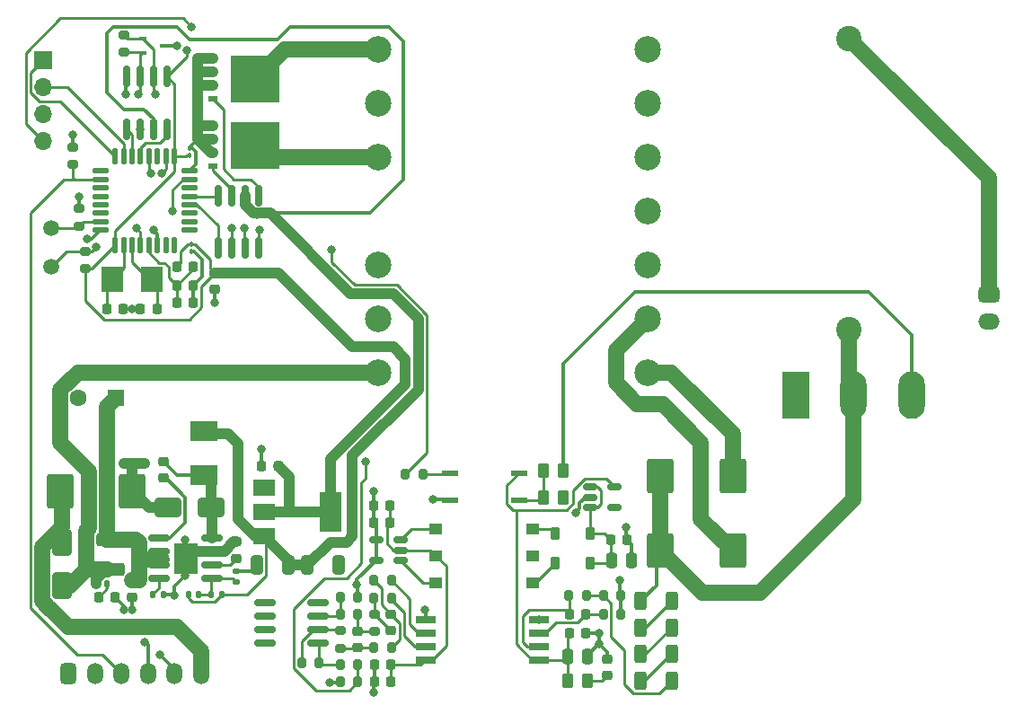
<source format=gbr>
%TF.GenerationSoftware,KiCad,Pcbnew,8.0.5*%
%TF.CreationDate,2024-10-09T02:25:36+03:00*%
%TF.ProjectId,DC-CDI,44432d43-4449-42e6-9b69-6361645f7063,rev?*%
%TF.SameCoordinates,Original*%
%TF.FileFunction,Copper,L1,Top*%
%TF.FilePolarity,Positive*%
%FSLAX46Y46*%
G04 Gerber Fmt 4.6, Leading zero omitted, Abs format (unit mm)*
G04 Created by KiCad (PCBNEW 8.0.5) date 2024-10-09 02:25:36*
%MOMM*%
%LPD*%
G01*
G04 APERTURE LIST*
G04 Aperture macros list*
%AMRoundRect*
0 Rectangle with rounded corners*
0 $1 Rounding radius*
0 $2 $3 $4 $5 $6 $7 $8 $9 X,Y pos of 4 corners*
0 Add a 4 corners polygon primitive as box body*
4,1,4,$2,$3,$4,$5,$6,$7,$8,$9,$2,$3,0*
0 Add four circle primitives for the rounded corners*
1,1,$1+$1,$2,$3*
1,1,$1+$1,$4,$5*
1,1,$1+$1,$6,$7*
1,1,$1+$1,$8,$9*
0 Add four rect primitives between the rounded corners*
20,1,$1+$1,$2,$3,$4,$5,0*
20,1,$1+$1,$4,$5,$6,$7,0*
20,1,$1+$1,$6,$7,$8,$9,0*
20,1,$1+$1,$8,$9,$2,$3,0*%
G04 Aperture macros list end*
%TA.AperFunction,ComponentPad*%
%ADD10R,1.700000X1.700000*%
%TD*%
%TA.AperFunction,ComponentPad*%
%ADD11O,1.700000X1.700000*%
%TD*%
%TA.AperFunction,SMDPad,CuDef*%
%ADD12RoundRect,0.225000X0.225000X0.250000X-0.225000X0.250000X-0.225000X-0.250000X0.225000X-0.250000X0*%
%TD*%
%TA.AperFunction,SMDPad,CuDef*%
%ADD13RoundRect,0.135000X0.185000X-0.135000X0.185000X0.135000X-0.185000X0.135000X-0.185000X-0.135000X0*%
%TD*%
%TA.AperFunction,SMDPad,CuDef*%
%ADD14RoundRect,0.150000X0.150000X-0.825000X0.150000X0.825000X-0.150000X0.825000X-0.150000X-0.825000X0*%
%TD*%
%TA.AperFunction,SMDPad,CuDef*%
%ADD15RoundRect,0.225000X-0.225000X-0.250000X0.225000X-0.250000X0.225000X0.250000X-0.225000X0.250000X0*%
%TD*%
%TA.AperFunction,SMDPad,CuDef*%
%ADD16RoundRect,0.250000X-0.250000X-0.475000X0.250000X-0.475000X0.250000X0.475000X-0.250000X0.475000X0*%
%TD*%
%TA.AperFunction,SMDPad,CuDef*%
%ADD17RoundRect,0.200000X-0.200000X-0.275000X0.200000X-0.275000X0.200000X0.275000X-0.200000X0.275000X0*%
%TD*%
%TA.AperFunction,ComponentPad*%
%ADD18R,1.600000X1.600000*%
%TD*%
%TA.AperFunction,ComponentPad*%
%ADD19C,1.600000*%
%TD*%
%TA.AperFunction,ComponentPad*%
%ADD20C,2.500000*%
%TD*%
%TA.AperFunction,SMDPad,CuDef*%
%ADD21RoundRect,0.200000X0.200000X0.275000X-0.200000X0.275000X-0.200000X-0.275000X0.200000X-0.275000X0*%
%TD*%
%TA.AperFunction,SMDPad,CuDef*%
%ADD22RoundRect,0.225000X-0.250000X0.225000X-0.250000X-0.225000X0.250000X-0.225000X0.250000X0.225000X0*%
%TD*%
%TA.AperFunction,SMDPad,CuDef*%
%ADD23RoundRect,0.250000X1.075000X-0.375000X1.075000X0.375000X-1.075000X0.375000X-1.075000X-0.375000X0*%
%TD*%
%TA.AperFunction,SMDPad,CuDef*%
%ADD24RoundRect,0.150000X0.512500X0.150000X-0.512500X0.150000X-0.512500X-0.150000X0.512500X-0.150000X0*%
%TD*%
%TA.AperFunction,SMDPad,CuDef*%
%ADD25C,1.500000*%
%TD*%
%TA.AperFunction,SMDPad,CuDef*%
%ADD26RoundRect,0.250000X0.262500X0.450000X-0.262500X0.450000X-0.262500X-0.450000X0.262500X-0.450000X0*%
%TD*%
%TA.AperFunction,SMDPad,CuDef*%
%ADD27RoundRect,0.250000X0.325000X0.650000X-0.325000X0.650000X-0.325000X-0.650000X0.325000X-0.650000X0*%
%TD*%
%TA.AperFunction,ComponentPad*%
%ADD28RoundRect,0.375000X-0.375000X-0.625000X0.375000X-0.625000X0.375000X0.625000X-0.375000X0.625000X0*%
%TD*%
%TA.AperFunction,ComponentPad*%
%ADD29O,1.500000X2.000000*%
%TD*%
%TA.AperFunction,SMDPad,CuDef*%
%ADD30RoundRect,0.150000X-0.512500X-0.150000X0.512500X-0.150000X0.512500X0.150000X-0.512500X0.150000X0*%
%TD*%
%TA.AperFunction,ComponentPad*%
%ADD31RoundRect,0.375000X-0.625000X0.375000X-0.625000X-0.375000X0.625000X-0.375000X0.625000X0.375000X0*%
%TD*%
%TA.AperFunction,ComponentPad*%
%ADD32O,2.000000X1.500000*%
%TD*%
%TA.AperFunction,SMDPad,CuDef*%
%ADD33RoundRect,0.140000X-0.140000X-0.170000X0.140000X-0.170000X0.140000X0.170000X-0.140000X0.170000X0*%
%TD*%
%TA.AperFunction,SMDPad,CuDef*%
%ADD34RoundRect,0.100000X0.100000X-0.130000X0.100000X0.130000X-0.100000X0.130000X-0.100000X-0.130000X0*%
%TD*%
%TA.AperFunction,SMDPad,CuDef*%
%ADD35RoundRect,0.200000X0.275000X-0.200000X0.275000X0.200000X-0.275000X0.200000X-0.275000X-0.200000X0*%
%TD*%
%TA.AperFunction,SMDPad,CuDef*%
%ADD36RoundRect,0.250000X-0.312500X-0.625000X0.312500X-0.625000X0.312500X0.625000X-0.312500X0.625000X0*%
%TD*%
%TA.AperFunction,SMDPad,CuDef*%
%ADD37R,2.000000X1.500000*%
%TD*%
%TA.AperFunction,SMDPad,CuDef*%
%ADD38R,2.000000X3.800000*%
%TD*%
%TA.AperFunction,SMDPad,CuDef*%
%ADD39RoundRect,0.250000X1.000000X0.650000X-1.000000X0.650000X-1.000000X-0.650000X1.000000X-0.650000X0*%
%TD*%
%TA.AperFunction,SMDPad,CuDef*%
%ADD40RoundRect,0.135000X-0.135000X-0.185000X0.135000X-0.185000X0.135000X0.185000X-0.135000X0.185000X0*%
%TD*%
%TA.AperFunction,SMDPad,CuDef*%
%ADD41RoundRect,0.125000X0.125000X-0.625000X0.125000X0.625000X-0.125000X0.625000X-0.125000X-0.625000X0*%
%TD*%
%TA.AperFunction,SMDPad,CuDef*%
%ADD42RoundRect,0.125000X0.625000X-0.125000X0.625000X0.125000X-0.625000X0.125000X-0.625000X-0.125000X0*%
%TD*%
%TA.AperFunction,SMDPad,CuDef*%
%ADD43RoundRect,0.250000X-0.325000X-0.650000X0.325000X-0.650000X0.325000X0.650000X-0.325000X0.650000X0*%
%TD*%
%TA.AperFunction,SMDPad,CuDef*%
%ADD44R,2.000000X2.400000*%
%TD*%
%TA.AperFunction,SMDPad,CuDef*%
%ADD45RoundRect,0.250000X1.000000X-1.400000X1.000000X1.400000X-1.000000X1.400000X-1.000000X-1.400000X0*%
%TD*%
%TA.AperFunction,SMDPad,CuDef*%
%ADD46RoundRect,0.150000X0.825000X0.150000X-0.825000X0.150000X-0.825000X-0.150000X0.825000X-0.150000X0*%
%TD*%
%TA.AperFunction,SMDPad,CuDef*%
%ADD47RoundRect,0.137500X-0.662500X-0.137500X0.662500X-0.137500X0.662500X0.137500X-0.662500X0.137500X0*%
%TD*%
%TA.AperFunction,SMDPad,CuDef*%
%ADD48R,0.850000X0.500000*%
%TD*%
%TA.AperFunction,SMDPad,CuDef*%
%ADD49R,4.550000X4.410000*%
%TD*%
%TA.AperFunction,SMDPad,CuDef*%
%ADD50RoundRect,0.225000X0.250000X-0.225000X0.250000X0.225000X-0.250000X0.225000X-0.250000X-0.225000X0*%
%TD*%
%TA.AperFunction,ComponentPad*%
%ADD51C,2.400000*%
%TD*%
%TA.AperFunction,SMDPad,CuDef*%
%ADD52RoundRect,0.225000X0.225000X0.375000X-0.225000X0.375000X-0.225000X-0.375000X0.225000X-0.375000X0*%
%TD*%
%TA.AperFunction,SMDPad,CuDef*%
%ADD53RoundRect,0.150000X-0.825000X-0.150000X0.825000X-0.150000X0.825000X0.150000X-0.825000X0.150000X0*%
%TD*%
%TA.AperFunction,SMDPad,CuDef*%
%ADD54R,2.290000X3.000000*%
%TD*%
%TA.AperFunction,SMDPad,CuDef*%
%ADD55RoundRect,0.250000X0.650000X-1.000000X0.650000X1.000000X-0.650000X1.000000X-0.650000X-1.000000X0*%
%TD*%
%TA.AperFunction,SMDPad,CuDef*%
%ADD56RoundRect,0.218750X-0.256250X0.218750X-0.256250X-0.218750X0.256250X-0.218750X0.256250X0.218750X0*%
%TD*%
%TA.AperFunction,SMDPad,CuDef*%
%ADD57RoundRect,0.218750X0.218750X0.256250X-0.218750X0.256250X-0.218750X-0.256250X0.218750X-0.256250X0*%
%TD*%
%TA.AperFunction,SMDPad,CuDef*%
%ADD58R,1.905000X0.640000*%
%TD*%
%TA.AperFunction,SMDPad,CuDef*%
%ADD59R,1.300000X1.100000*%
%TD*%
%TA.AperFunction,SMDPad,CuDef*%
%ADD60RoundRect,0.200000X-0.275000X0.200000X-0.275000X-0.200000X0.275000X-0.200000X0.275000X0.200000X0*%
%TD*%
%TA.AperFunction,SMDPad,CuDef*%
%ADD61RoundRect,0.100000X-0.100000X0.130000X-0.100000X-0.130000X0.100000X-0.130000X0.100000X0.130000X0*%
%TD*%
%TA.AperFunction,SMDPad,CuDef*%
%ADD62R,2.500000X1.900000*%
%TD*%
%TA.AperFunction,SMDPad,CuDef*%
%ADD63R,0.700000X0.450000*%
%TD*%
%TA.AperFunction,ComponentPad*%
%ADD64R,2.500000X4.500000*%
%TD*%
%TA.AperFunction,ComponentPad*%
%ADD65O,2.500000X4.500000*%
%TD*%
%TA.AperFunction,ViaPad*%
%ADD66C,0.800000*%
%TD*%
%TA.AperFunction,Conductor*%
%ADD67C,0.250000*%
%TD*%
%TA.AperFunction,Conductor*%
%ADD68C,0.350000*%
%TD*%
%TA.AperFunction,Conductor*%
%ADD69C,1.000000*%
%TD*%
%TA.AperFunction,Conductor*%
%ADD70C,1.500000*%
%TD*%
%TA.AperFunction,Conductor*%
%ADD71C,0.300000*%
%TD*%
G04 APERTURE END LIST*
D10*
%TO.P,J3,1,Pin_1*%
%TO.N,/SWCLK*%
X135600000Y-68980000D03*
D11*
%TO.P,J3,2,Pin_2*%
%TO.N,/SWDIO*%
X135600000Y-71520000D03*
%TO.P,J3,3,Pin_3*%
%TO.N,GND*%
X135600000Y-74060000D03*
%TO.P,J3,4,Pin_4*%
%TO.N,+3.3V*%
X135600000Y-76600000D03*
%TD*%
D12*
%TO.P,C6,1*%
%TO.N,+3V3*%
X168397500Y-125965000D03*
%TO.P,C6,2*%
%TO.N,GND*%
X166847500Y-125965000D03*
%TD*%
D13*
%TO.P,R24,1*%
%TO.N,Net-(U6-FB)*%
X153822500Y-118185000D03*
%TO.P,R24,2*%
%TO.N,GND*%
X153822500Y-117165000D03*
%TD*%
D14*
%TO.P,U9,1,ENA*%
%TO.N,/ENA*%
X152095000Y-86675000D03*
%TO.P,U9,2,INA*%
%TO.N,Net-(U1-PA8)*%
X153365000Y-86675000D03*
%TO.P,U9,3,GND*%
%TO.N,GND*%
X154635000Y-86675000D03*
%TO.P,U9,4,INB*%
%TO.N,Net-(U1-PA10)*%
X155905000Y-86675000D03*
%TO.P,U9,5,~{OUTB}*%
%TO.N,Net-(Q2-G)*%
X155905000Y-81725000D03*
%TO.P,U9,6,VDD*%
%TO.N,+5V*%
X154635000Y-81725000D03*
%TO.P,U9,7,OUTA*%
%TO.N,Net-(Q3-G)*%
X153365000Y-81725000D03*
%TO.P,U9,8,ENB*%
%TO.N,/ENB*%
X152095000Y-81725000D03*
%TD*%
D15*
%TO.P,C28,1*%
%TO.N,Net-(U1-VDDA)*%
X148212500Y-91800000D03*
%TO.P,C28,2*%
%TO.N,GND*%
X149762500Y-91800000D03*
%TD*%
D16*
%TO.P,C1,1*%
%TO.N,/ISO+5V*%
X185050000Y-125200000D03*
%TO.P,C1,2*%
%TO.N,GNDA*%
X186950000Y-125200000D03*
%TD*%
D17*
%TO.P,R10,1*%
%TO.N,Net-(C10-Pad2)*%
X166797500Y-119640000D03*
%TO.P,R10,2*%
%TO.N,Net-(U3-VOUTP)*%
X168447500Y-119640000D03*
%TD*%
D18*
%TO.P,C13,1*%
%TO.N,Net-(U6-EN)*%
X142452651Y-100800000D03*
D19*
%TO.P,C13,2*%
%TO.N,GND*%
X138952651Y-100800000D03*
%TD*%
D12*
%TO.P,C29,1*%
%TO.N,GND*%
X149775000Y-90200000D03*
%TO.P,C29,2*%
%TO.N,Net-(U1-VDDA)*%
X148225000Y-90200000D03*
%TD*%
D20*
%TO.P,T1,1*%
%TO.N,Net-(Q2-D)*%
X167200000Y-67920000D03*
%TO.P,T1,2*%
%TO.N,N/C*%
X167200000Y-73000000D03*
%TO.P,T1,3*%
%TO.N,Net-(Q3-D)*%
X167200000Y-78080000D03*
%TO.P,T1,5*%
%TO.N,N/C*%
X167200000Y-88240000D03*
%TO.P,T1,6*%
X167200000Y-93320000D03*
%TO.P,T1,7*%
%TO.N,+12V*%
X167200000Y-98400000D03*
%TO.P,T1,8*%
%TO.N,Net-(D9-A)*%
X192600000Y-98400000D03*
%TO.P,T1,9*%
%TO.N,Net-(D8-A)*%
X192600000Y-93320000D03*
%TO.P,T1,10*%
%TO.N,GNDA*%
X192600000Y-88240000D03*
%TO.P,T1,11*%
X192600000Y-83160000D03*
%TO.P,T1,12*%
%TO.N,N/C*%
X192600000Y-78080000D03*
%TO.P,T1,13*%
X192600000Y-73000000D03*
%TO.P,T1,14*%
X192600000Y-67920000D03*
%TD*%
D21*
%TO.P,R18,1*%
%TO.N,/HV*%
X165247500Y-127565000D03*
%TO.P,R18,2*%
%TO.N,GND*%
X163597500Y-127565000D03*
%TD*%
D22*
%TO.P,C14,1*%
%TO.N,Net-(U6-EN)*%
X144000000Y-118025000D03*
%TO.P,C14,2*%
%TO.N,GND*%
X144000000Y-119575000D03*
%TD*%
D23*
%TO.P,L1,1,1*%
%TO.N,+12V*%
X142000000Y-116940000D03*
%TO.P,L1,2,2*%
%TO.N,Net-(U6-EN)*%
X142000000Y-114140000D03*
%TD*%
D24*
%TO.P,U4,1,D1*%
%TO.N,Net-(U4-D1)*%
X169285000Y-116115000D03*
%TO.P,U4,2,VCC*%
%TO.N,+3V3*%
X169285000Y-115165000D03*
%TO.P,U4,3,D2*%
%TO.N,Net-(U4-D2)*%
X169285000Y-114215000D03*
%TO.P,U4,4,GND*%
%TO.N,GND*%
X167010000Y-114215000D03*
%TO.P,U4,5,GND*%
X167010000Y-116115000D03*
%TD*%
D17*
%TO.P,R9,1*%
%TO.N,Net-(C10-Pad1)*%
X166797500Y-117990000D03*
%TO.P,R9,2*%
%TO.N,Net-(U3-VOUTN)*%
X168447500Y-117990000D03*
%TD*%
D25*
%TO.P,P1,1,Pin_1*%
%TO.N,/Boot0*%
X136400000Y-84800000D03*
%TD*%
D15*
%TO.P,C2,1*%
%TO.N,Net-(D2-K)*%
X189122500Y-114165000D03*
%TO.P,C2,2*%
%TO.N,GNDA*%
X190672500Y-114165000D03*
%TD*%
D26*
%TO.P,R28,1*%
%TO.N,Net-(Q1-G)*%
X184612500Y-107700000D03*
%TO.P,R28,2*%
%TO.N,Net-(R26-Pad2)*%
X182787500Y-107700000D03*
%TD*%
D25*
%TO.P,P2,1,Pin_1*%
%TO.N,Net-(P2-Pin_1)*%
X136400000Y-88400000D03*
%TD*%
D27*
%TO.P,C26,1*%
%TO.N,+5V*%
X158697500Y-116565000D03*
%TO.P,C26,2*%
%TO.N,GND*%
X155747500Y-116565000D03*
%TD*%
D21*
%TO.P,R14,1*%
%TO.N,Net-(C11-Pad2)*%
X165247500Y-121190000D03*
%TO.P,R14,2*%
%TO.N,Net-(U5A-+)*%
X163597500Y-121190000D03*
%TD*%
D28*
%TO.P,J2,1,Pin_1*%
%TO.N,GND*%
X138000000Y-126800000D03*
D29*
%TO.P,J2,2,Pin_2*%
%TO.N,unconnected-(J2-Pin_2-Pad2)*%
X140500000Y-126800000D03*
%TO.P,J2,3,Pin_3*%
%TO.N,/IGN_IN*%
X143000000Y-126800000D03*
%TO.P,J2,4,Pin_4*%
%TO.N,/CANL*%
X145500000Y-126800000D03*
%TO.P,J2,5,Pin_5*%
%TO.N,/CANH*%
X148000000Y-126800000D03*
%TO.P,J2,6,Pin_6*%
%TO.N,/12V_RAW*%
X150500000Y-126800000D03*
%TD*%
D22*
%TO.P,C10,1*%
%TO.N,Net-(C10-Pad1)*%
X168422500Y-121215000D03*
%TO.P,C10,2*%
%TO.N,Net-(C10-Pad2)*%
X168422500Y-122765000D03*
%TD*%
D30*
%TO.P,U2,1,VIN*%
%TO.N,Net-(D2-K)*%
X187210000Y-109215000D03*
%TO.P,U2,2,GND*%
%TO.N,GNDA*%
X187210000Y-110165000D03*
%TO.P,U2,3,EN*%
%TO.N,Net-(D2-K)*%
X187210000Y-111115000D03*
%TO.P,U2,4,NC*%
%TO.N,unconnected-(U2-NC-Pad4)*%
X189485000Y-111115000D03*
%TO.P,U2,5,VOUT*%
%TO.N,/ISO+5V*%
X189485000Y-109215000D03*
%TD*%
D31*
%TO.P,J1,1,Pin_1*%
%TO.N,Net-(J1-Pin_1)*%
X224800000Y-91100000D03*
D32*
%TO.P,J1,2,Pin_2*%
%TO.N,GNDA*%
X224800000Y-93600000D03*
%TD*%
D33*
%TO.P,C24,1*%
%TO.N,+5V*%
X149342500Y-119365000D03*
%TO.P,C24,2*%
%TO.N,Net-(U6-FB)*%
X150302500Y-119365000D03*
%TD*%
D15*
%TO.P,C4,1*%
%TO.N,/ISO+5V*%
X185225000Y-122950000D03*
%TO.P,C4,2*%
%TO.N,GNDA*%
X186775000Y-122950000D03*
%TD*%
D34*
%TO.P,C18,1*%
%TO.N,GND*%
X149600000Y-87000000D03*
%TO.P,C18,2*%
%TO.N,+3.3V*%
X149600000Y-86360000D03*
%TD*%
D35*
%TO.P,R19,1*%
%TO.N,/Boot0*%
X139000000Y-84625000D03*
%TO.P,R19,2*%
%TO.N,GND*%
X139000000Y-82975000D03*
%TD*%
D26*
%TO.P,R1,1*%
%TO.N,Net-(D1-A)*%
X186912500Y-127450000D03*
%TO.P,R1,2*%
%TO.N,/ISO+5V*%
X185087500Y-127450000D03*
%TD*%
D36*
%TO.P,R5,1*%
%TO.N,Net-(R4-Pad2)*%
X191947500Y-127465000D03*
%TO.P,R5,2*%
%TO.N,Net-(R5-Pad2)*%
X194872500Y-127465000D03*
%TD*%
D37*
%TO.P,U8,1,GND*%
%TO.N,GND*%
X156447500Y-109265000D03*
%TO.P,U8,2,VO*%
%TO.N,+3.3V*%
X156447500Y-111565000D03*
D38*
X162747500Y-111565000D03*
D37*
%TO.P,U8,3,VI*%
%TO.N,+5V*%
X156447500Y-113865000D03*
%TD*%
D36*
%TO.P,R4,1*%
%TO.N,Net-(R3-Pad2)*%
X191947500Y-124965000D03*
%TO.P,R4,2*%
%TO.N,Net-(R4-Pad2)*%
X194872500Y-124965000D03*
%TD*%
D39*
%TO.P,D7,1,K*%
%TO.N,Net-(D7-K)*%
X151422500Y-111165000D03*
%TO.P,D7,2,A*%
%TO.N,GND*%
X147422500Y-111165000D03*
%TD*%
D35*
%TO.P,R29,1*%
%TO.N,/IGN_IN*%
X138400000Y-78825000D03*
%TO.P,R29,2*%
%TO.N,GND*%
X138400000Y-77175000D03*
%TD*%
D12*
%TO.P,C9,1*%
%TO.N,+3V3*%
X168322500Y-110965000D03*
%TO.P,C9,2*%
%TO.N,GND*%
X166772500Y-110965000D03*
%TD*%
D40*
%TO.P,R25,1*%
%TO.N,Net-(U6-FB)*%
X151422500Y-119365000D03*
%TO.P,R25,2*%
%TO.N,+5V*%
X152442500Y-119365000D03*
%TD*%
D41*
%TO.P,U1,1,VDD*%
%TO.N,+3.3V*%
X142400000Y-86375000D03*
%TO.P,U1,2,PF0*%
%TO.N,Net-(U1-PF0)*%
X143200000Y-86375000D03*
%TO.P,U1,3,PF1*%
%TO.N,Net-(U1-PF1)*%
X144000000Y-86375000D03*
%TO.P,U1,4,NRST*%
%TO.N,Net-(P2-Pin_1)*%
X144800000Y-86375000D03*
%TO.P,U1,5,VDDA*%
%TO.N,Net-(U1-VDDA)*%
X145600000Y-86375000D03*
%TO.P,U1,6,PA0*%
%TO.N,/HV*%
X146400000Y-86375000D03*
%TO.P,U1,7,PA1*%
%TO.N,unconnected-(U1-PA1-Pad7)*%
X147200000Y-86375000D03*
%TO.P,U1,8,PA2*%
%TO.N,unconnected-(U1-PA2-Pad8)*%
X148000000Y-86375000D03*
D42*
%TO.P,U1,9,PA3*%
%TO.N,unconnected-(U1-PA3-Pad9)*%
X149375000Y-85000000D03*
%TO.P,U1,10,PA4*%
%TO.N,unconnected-(U1-PA4-Pad10)*%
X149375000Y-84200000D03*
%TO.P,U1,11,PA5*%
%TO.N,unconnected-(U1-PA5-Pad11)*%
X149375000Y-83400000D03*
%TO.P,U1,12,PA6*%
%TO.N,/ENA*%
X149375000Y-82600000D03*
%TO.P,U1,13,PA7*%
%TO.N,/ENB*%
X149375000Y-81800000D03*
%TO.P,U1,14,PB0*%
%TO.N,unconnected-(U1-PB0-Pad14)*%
X149375000Y-81000000D03*
%TO.P,U1,15,PB1*%
%TO.N,/IN_OUT*%
X149375000Y-80200000D03*
%TO.P,U1,16,VSS*%
%TO.N,GND*%
X149375000Y-79400000D03*
D41*
%TO.P,U1,17,VDD*%
%TO.N,+3.3V*%
X148000000Y-78025000D03*
%TO.P,U1,18,PA8*%
%TO.N,Net-(U1-PA8)*%
X147200000Y-78025000D03*
%TO.P,U1,19,PA9*%
%TO.N,unconnected-(U1-PA9-Pad19)*%
X146400000Y-78025000D03*
%TO.P,U1,20,PA10*%
%TO.N,Net-(U1-PA10)*%
X145600000Y-78025000D03*
%TO.P,U1,21,PA11*%
%TO.N,/RXDCAN*%
X144800000Y-78025000D03*
%TO.P,U1,22,PA12*%
%TO.N,/TXDCAN*%
X144000000Y-78025000D03*
%TO.P,U1,23,PA13*%
%TO.N,/SWDIO*%
X143200000Y-78025000D03*
%TO.P,U1,24,PA14*%
%TO.N,/SWCLK*%
X142400000Y-78025000D03*
D42*
%TO.P,U1,25,PA15*%
%TO.N,unconnected-(U1-PA15-Pad25)*%
X141025000Y-79400000D03*
%TO.P,U1,26,PB3*%
%TO.N,/IGN_IN*%
X141025000Y-80200000D03*
%TO.P,U1,27,PB4*%
%TO.N,unconnected-(U1-PB4-Pad27)*%
X141025000Y-81000000D03*
%TO.P,U1,28,PB5*%
%TO.N,unconnected-(U1-PB5-Pad28)*%
X141025000Y-81800000D03*
%TO.P,U1,29,PB6*%
%TO.N,unconnected-(U1-PB6-Pad29)*%
X141025000Y-82600000D03*
%TO.P,U1,30,PB7*%
%TO.N,unconnected-(U1-PB7-Pad30)*%
X141025000Y-83400000D03*
%TO.P,U1,31,BOOT0*%
%TO.N,/Boot0*%
X141025000Y-84200000D03*
%TO.P,U1,32,VSS*%
%TO.N,GND*%
X141025000Y-85000000D03*
%TD*%
D43*
%TO.P,C25,1*%
%TO.N,+5V*%
X160547500Y-116565000D03*
%TO.P,C25,2*%
%TO.N,GND*%
X163497500Y-116565000D03*
%TD*%
D12*
%TO.P,C7,1*%
%TO.N,+3V3*%
X168322500Y-112565000D03*
%TO.P,C7,2*%
%TO.N,GND*%
X166772500Y-112565000D03*
%TD*%
D44*
%TO.P,Y1,1,1*%
%TO.N,Net-(U1-PF0)*%
X142150000Y-89600000D03*
%TO.P,Y1,2,2*%
%TO.N,Net-(U1-PF1)*%
X145850000Y-89600000D03*
%TD*%
D16*
%TO.P,C3,1*%
%TO.N,Net-(D2-K)*%
X189197500Y-116165000D03*
%TO.P,C3,2*%
%TO.N,GNDA*%
X191097500Y-116165000D03*
%TD*%
D36*
%TO.P,R2,1*%
%TO.N,/HV_OUT*%
X191947500Y-119965000D03*
%TO.P,R2,2*%
%TO.N,Net-(R2-Pad2)*%
X194872500Y-119965000D03*
%TD*%
D45*
%TO.P,D8,1,K*%
%TO.N,/HV_OUT*%
X193800000Y-115200000D03*
%TO.P,D8,2,A*%
%TO.N,Net-(D8-A)*%
X200600000Y-115200000D03*
%TD*%
D40*
%TO.P,R22,1*%
%TO.N,+12V*%
X140622500Y-118365000D03*
%TO.P,R22,2*%
%TO.N,Net-(C12-Pad1)*%
X141642500Y-118365000D03*
%TD*%
D15*
%TO.P,C12,1*%
%TO.N,Net-(C12-Pad1)*%
X140825000Y-119600000D03*
%TO.P,C12,2*%
%TO.N,GND*%
X142375000Y-119600000D03*
%TD*%
D17*
%TO.P,R15,1*%
%TO.N,Net-(U5A-+)*%
X163597500Y-119590000D03*
%TO.P,R15,2*%
%TO.N,GND*%
X165247500Y-119590000D03*
%TD*%
D46*
%TO.P,U5,1*%
%TO.N,Net-(R16-Pad2)*%
X161497500Y-123895000D03*
%TO.P,U5,2,-*%
%TO.N,Net-(U5A--)*%
X161497500Y-122625000D03*
%TO.P,U5,3,+*%
%TO.N,Net-(U5A-+)*%
X161497500Y-121355000D03*
%TO.P,U5,4*%
%TO.N,N/C*%
X161497500Y-120085000D03*
%TO.P,U5,5*%
X156547500Y-120085000D03*
%TO.P,U5,6*%
X156547500Y-121355000D03*
%TO.P,U5,7*%
X156547500Y-122625000D03*
%TO.P,U5,8*%
X156547500Y-123895000D03*
%TD*%
D47*
%TO.P,U10,1*%
%TO.N,Net-(R27-Pad2)*%
X173950000Y-107930000D03*
%TO.P,U10,3*%
%TO.N,GND*%
X173950000Y-110470000D03*
%TO.P,U10,4*%
%TO.N,Net-(R26-Pad2)*%
X180450000Y-110470000D03*
%TO.P,U10,6*%
%TO.N,/ISO+5V*%
X180450000Y-107930000D03*
%TD*%
D48*
%TO.P,Q2,1,S*%
%TO.N,GND*%
X151625000Y-68815000D03*
%TO.P,Q2,2,S*%
X151625000Y-70085000D03*
%TO.P,Q2,3,S*%
X151625000Y-71355000D03*
%TO.P,Q2,4,G*%
%TO.N,Net-(Q2-G)*%
X151625000Y-72625000D03*
D49*
%TO.P,Q2,5,D*%
%TO.N,Net-(Q2-D)*%
X155575000Y-70720000D03*
%TD*%
D21*
%TO.P,R11,1*%
%TO.N,Net-(C10-Pad1)*%
X168447500Y-124365000D03*
%TO.P,R11,2*%
%TO.N,Net-(C11-Pad1)*%
X166797500Y-124365000D03*
%TD*%
D45*
%TO.P,D5,1,A1*%
%TO.N,/12V_RAW*%
X137200000Y-109600000D03*
%TO.P,D5,2,A2*%
%TO.N,GND*%
X144000000Y-109600000D03*
%TD*%
D35*
%TO.P,R21,1*%
%TO.N,/CANH*%
X143200000Y-68225000D03*
%TO.P,R21,2*%
%TO.N,/CANL*%
X143200000Y-66575000D03*
%TD*%
D50*
%TO.P,C22,1*%
%TO.N,Net-(U6-SS)*%
X153822500Y-115940000D03*
%TO.P,C22,2*%
%TO.N,GND*%
X153822500Y-114390000D03*
%TD*%
D45*
%TO.P,D9,1,K*%
%TO.N,/HV_OUT*%
X193800000Y-108200000D03*
%TO.P,D9,2,A*%
%TO.N,Net-(D9-A)*%
X200600000Y-108200000D03*
%TD*%
D17*
%TO.P,R17,1*%
%TO.N,Net-(R16-Pad2)*%
X163597500Y-125965000D03*
%TO.P,R17,2*%
%TO.N,/HV*%
X165247500Y-125965000D03*
%TD*%
D51*
%TO.P,C30,1*%
%TO.N,/HV_OUT*%
X211600000Y-94400000D03*
%TO.P,C30,2*%
%TO.N,Net-(J1-Pin_1)*%
X211600000Y-66900000D03*
%TD*%
D15*
%TO.P,C15,1*%
%TO.N,Net-(U1-PF0)*%
X141625000Y-92400000D03*
%TO.P,C15,2*%
%TO.N,GND*%
X143175000Y-92400000D03*
%TD*%
D52*
%TO.P,D3,1,K*%
%TO.N,Net-(D2-K)*%
X187197500Y-113565000D03*
%TO.P,D3,2,A*%
%TO.N,Net-(D3-A)*%
X183897500Y-113565000D03*
%TD*%
D35*
%TO.P,R13,1*%
%TO.N,Net-(C11-Pad1)*%
X163622500Y-124415000D03*
%TO.P,R13,2*%
%TO.N,Net-(U5A--)*%
X163622500Y-122765000D03*
%TD*%
D50*
%TO.P,C17,1*%
%TO.N,GND*%
X151800000Y-90575000D03*
%TO.P,C17,2*%
%TO.N,+3.3V*%
X151800000Y-89025000D03*
%TD*%
D53*
%TO.P,U6,1,BOOT*%
%TO.N,Net-(U6-BOOT)*%
X146577500Y-114010000D03*
%TO.P,U6,2,VIN*%
%TO.N,Net-(U6-EN)*%
X146577500Y-115280000D03*
%TO.P,U6,3,EN*%
X146577500Y-116550000D03*
%TO.P,U6,4,RT*%
%TO.N,Net-(U6-RT)*%
X146577500Y-117820000D03*
%TO.P,U6,5,FB*%
%TO.N,Net-(U6-FB)*%
X151527500Y-117820000D03*
%TO.P,U6,6,SS*%
%TO.N,Net-(U6-SS)*%
X151527500Y-116550000D03*
%TO.P,U6,7,GND*%
%TO.N,GND*%
X151527500Y-115280000D03*
%TO.P,U6,8,SW*%
%TO.N,Net-(D7-K)*%
X151527500Y-114010000D03*
D54*
%TO.P,U6,9,GND*%
%TO.N,GND*%
X149052500Y-115915000D03*
%TD*%
D14*
%TO.P,U7,1,TXD*%
%TO.N,/TXDCAN*%
X143495000Y-75475000D03*
%TO.P,U7,2,GND*%
%TO.N,GND*%
X144765000Y-75475000D03*
%TO.P,U7,3,VCC*%
%TO.N,+5V*%
X146035000Y-75475000D03*
%TO.P,U7,4,RXD*%
%TO.N,/RXDCAN*%
X147305000Y-75475000D03*
%TO.P,U7,5,VIO*%
%TO.N,+3.3V*%
X147305000Y-70525000D03*
%TO.P,U7,6,CANL*%
%TO.N,/CANL*%
X146035000Y-70525000D03*
%TO.P,U7,7,CANH*%
%TO.N,/CANH*%
X144765000Y-70525000D03*
%TO.P,U7,8,S*%
%TO.N,GND*%
X143495000Y-70525000D03*
%TD*%
D50*
%TO.P,C11,1*%
%TO.N,Net-(C11-Pad1)*%
X165222500Y-124365000D03*
%TO.P,C11,2*%
%TO.N,Net-(C11-Pad2)*%
X165222500Y-122815000D03*
%TD*%
D55*
%TO.P,D6,1,K*%
%TO.N,+12V*%
X137400000Y-118462500D03*
%TO.P,D6,2,A*%
%TO.N,/12V_RAW*%
X137400000Y-114462500D03*
%TD*%
D26*
%TO.P,R26,1*%
%TO.N,GNDA*%
X184612500Y-110200000D03*
%TO.P,R26,2*%
%TO.N,Net-(R26-Pad2)*%
X182787500Y-110200000D03*
%TD*%
D56*
%TO.P,D1,1,K*%
%TO.N,GNDA*%
X188750000Y-125412500D03*
%TO.P,D1,2,A*%
%TO.N,Net-(D1-A)*%
X188750000Y-126987500D03*
%TD*%
D48*
%TO.P,Q3,1,S*%
%TO.N,GND*%
X151625000Y-75120000D03*
%TO.P,Q3,2,S*%
X151625000Y-76390000D03*
%TO.P,Q3,3,S*%
X151625000Y-77660000D03*
%TO.P,Q3,4,G*%
%TO.N,Net-(Q3-G)*%
X151625000Y-78930000D03*
D49*
%TO.P,Q3,5,D*%
%TO.N,Net-(Q3-D)*%
X155575000Y-77025000D03*
%TD*%
D21*
%TO.P,R8,1*%
%TO.N,Net-(R5-Pad2)*%
X186825000Y-119450000D03*
%TO.P,R8,2*%
%TO.N,Net-(U3-VINP)*%
X185175000Y-119450000D03*
%TD*%
D57*
%TO.P,FB1,1*%
%TO.N,Net-(U1-VDDA)*%
X149787500Y-88400000D03*
%TO.P,FB1,2*%
%TO.N,+3.3V*%
X148212500Y-88400000D03*
%TD*%
D36*
%TO.P,R3,1*%
%TO.N,Net-(R2-Pad2)*%
X191947500Y-122465000D03*
%TO.P,R3,2*%
%TO.N,Net-(R3-Pad2)*%
X194872500Y-122465000D03*
%TD*%
D12*
%TO.P,C8,1*%
%TO.N,+3V3*%
X168397500Y-127565000D03*
%TO.P,C8,2*%
%TO.N,GND*%
X166847500Y-127565000D03*
%TD*%
D35*
%TO.P,R20,1*%
%TO.N,+3.3V*%
X139600000Y-88625000D03*
%TO.P,R20,2*%
%TO.N,Net-(P2-Pin_1)*%
X139600000Y-86975000D03*
%TD*%
D58*
%TO.P,U3,1,VDD1*%
%TO.N,/ISO+5V*%
X182347500Y-125505000D03*
%TO.P,U3,2,VINP*%
%TO.N,Net-(U3-VINP)*%
X182347500Y-124235000D03*
%TO.P,U3,3,VINN*%
%TO.N,Net-(U3-VINN)*%
X182347500Y-122965000D03*
%TO.P,U3,4,GND2*%
%TO.N,GNDA*%
X182347500Y-121695000D03*
%TO.P,U3,5,GND2*%
%TO.N,GND*%
X171652500Y-121695000D03*
%TO.P,U3,6,VOUTN*%
%TO.N,Net-(U3-VOUTN)*%
X171652500Y-122965000D03*
%TO.P,U3,7,VOUTP*%
%TO.N,Net-(U3-VOUTP)*%
X171652500Y-124235000D03*
%TO.P,U3,8,VDD2*%
%TO.N,+3V3*%
X171652500Y-125505000D03*
%TD*%
D50*
%TO.P,C23,1*%
%TO.N,Net-(U6-BOOT)*%
X147000000Y-108375000D03*
%TO.P,C23,2*%
%TO.N,Net-(D7-K)*%
X147000000Y-106825000D03*
%TD*%
D40*
%TO.P,R23,1*%
%TO.N,Net-(U6-RT)*%
X145912500Y-119365000D03*
%TO.P,R23,2*%
%TO.N,GND*%
X146932500Y-119365000D03*
%TD*%
D59*
%TO.P,TR1,1*%
%TO.N,Net-(D2-A)*%
X181770000Y-118240000D03*
%TO.P,TR1,2*%
%TO.N,GNDA*%
X181770000Y-115700000D03*
%TO.P,TR1,3*%
%TO.N,Net-(D3-A)*%
X181770000Y-113160000D03*
%TO.P,TR1,4*%
%TO.N,Net-(U4-D2)*%
X172630000Y-113160000D03*
%TO.P,TR1,5*%
%TO.N,+3V3*%
X172630000Y-115700000D03*
%TO.P,TR1,6*%
%TO.N,Net-(U4-D1)*%
X172630000Y-118240000D03*
%TD*%
D17*
%TO.P,R6,1*%
%TO.N,Net-(R5-Pad2)*%
X188425000Y-119450000D03*
%TO.P,R6,2*%
%TO.N,GNDA*%
X190075000Y-119450000D03*
%TD*%
D60*
%TO.P,R12,1*%
%TO.N,Net-(C10-Pad2)*%
X166822500Y-121165000D03*
%TO.P,R12,2*%
%TO.N,Net-(C11-Pad2)*%
X166822500Y-122815000D03*
%TD*%
D61*
%TO.P,C19,1*%
%TO.N,GND*%
X149400000Y-77280000D03*
%TO.P,C19,2*%
%TO.N,+3.3V*%
X149400000Y-77920000D03*
%TD*%
D62*
%TO.P,L2,1,1*%
%TO.N,Net-(D7-K)*%
X150800000Y-108050000D03*
%TO.P,L2,2,2*%
%TO.N,+5V*%
X150800000Y-103950000D03*
%TD*%
D17*
%TO.P,R7,1*%
%TO.N,Net-(U3-VINN)*%
X188425000Y-121200000D03*
%TO.P,R7,2*%
%TO.N,GNDA*%
X190075000Y-121200000D03*
%TD*%
D52*
%TO.P,D2,1,K*%
%TO.N,Net-(D2-K)*%
X187197500Y-116365000D03*
%TO.P,D2,2,A*%
%TO.N,Net-(D2-A)*%
X183897500Y-116365000D03*
%TD*%
D17*
%TO.P,R16,1*%
%TO.N,Net-(U5A--)*%
X159997500Y-125740000D03*
%TO.P,R16,2*%
%TO.N,Net-(R16-Pad2)*%
X161647500Y-125740000D03*
%TD*%
D12*
%TO.P,C16,1*%
%TO.N,Net-(U1-PF1)*%
X146330000Y-92415000D03*
%TO.P,C16,2*%
%TO.N,GND*%
X144780000Y-92415000D03*
%TD*%
D15*
%TO.P,C5,1*%
%TO.N,Net-(U3-VINP)*%
X185225000Y-121200000D03*
%TO.P,C5,2*%
%TO.N,Net-(U3-VINN)*%
X186775000Y-121200000D03*
%TD*%
D12*
%TO.P,C27,1*%
%TO.N,+3.3V*%
X157775000Y-107200000D03*
%TO.P,C27,2*%
%TO.N,GND*%
X156225000Y-107200000D03*
%TD*%
D17*
%TO.P,R27,1*%
%TO.N,/IN_OUT*%
X169775000Y-108000000D03*
%TO.P,R27,2*%
%TO.N,Net-(R27-Pad2)*%
X171425000Y-108000000D03*
%TD*%
D63*
%TO.P,D4,1,A1*%
%TO.N,/CANL*%
X145000000Y-66950000D03*
%TO.P,D4,2,A2*%
%TO.N,/CANH*%
X145000000Y-68250000D03*
%TO.P,D4,3,common*%
%TO.N,GND*%
X147000000Y-67600000D03*
%TD*%
D64*
%TO.P,Q1,1,K*%
%TO.N,GNDA*%
X206550000Y-100510000D03*
D65*
%TO.P,Q1,2,A*%
%TO.N,/HV_OUT*%
X212000000Y-100510000D03*
%TO.P,Q1,3,G*%
%TO.N,Net-(Q1-G)*%
X217450000Y-100510000D03*
%TD*%
D66*
%TO.N,+3.3V*%
X149200000Y-68000000D03*
X149600000Y-65800000D03*
%TO.N,GNDA*%
X181770000Y-115700000D03*
X190000000Y-118000000D03*
X190600000Y-113000000D03*
X185800000Y-111600000D03*
X184612500Y-110200000D03*
X182347500Y-121695000D03*
X191097500Y-116165000D03*
X188000000Y-124000000D03*
X188000000Y-123000000D03*
%TO.N,GND*%
X143400000Y-72200000D03*
X144000000Y-120800000D03*
X165200000Y-118400000D03*
X139000000Y-81800000D03*
X166800000Y-128600000D03*
X156200000Y-105600000D03*
X163497500Y-116565000D03*
X143200000Y-107000000D03*
X166800000Y-109600000D03*
X138400000Y-76000000D03*
X154600000Y-84800000D03*
X149762500Y-91800000D03*
X151800000Y-91800000D03*
X148200000Y-67600000D03*
X143200000Y-120800000D03*
X148000000Y-119400000D03*
X156447500Y-109265000D03*
X144765000Y-75475000D03*
X150200000Y-71400000D03*
X150200000Y-76400000D03*
X149000000Y-117600000D03*
X144200000Y-107000000D03*
X139800000Y-85800000D03*
X162600000Y-127600000D03*
X145200000Y-107000000D03*
X149775000Y-90200000D03*
X150200000Y-75400000D03*
X172400000Y-110400000D03*
X150200000Y-74200000D03*
X150200000Y-68800000D03*
X149052500Y-115915000D03*
X144000000Y-92400000D03*
X150200000Y-70000000D03*
X171600000Y-120800000D03*
X155747500Y-116565000D03*
X149000000Y-114200000D03*
%TO.N,/CANL*%
X146200000Y-72200000D03*
X145175000Y-123800000D03*
%TO.N,/CANH*%
X144600000Y-72200000D03*
X146600000Y-125000000D03*
%TO.N,Net-(P2-Pin_1)*%
X144400000Y-84800000D03*
X140600000Y-86600000D03*
%TO.N,/IN_OUT*%
X162800000Y-86800000D03*
X147800000Y-83200000D03*
%TO.N,Net-(U1-PA8)*%
X153400000Y-84800000D03*
X146812113Y-79613192D03*
%TO.N,Net-(U1-PA10)*%
X145800000Y-79600000D03*
X156000000Y-85000000D03*
%TO.N,/HV*%
X146000000Y-85000000D03*
X166000000Y-106800000D03*
%TD*%
D67*
%TO.N,/IN_OUT*%
X168975000Y-90175000D02*
X171800000Y-93000000D01*
X164975000Y-90175000D02*
X168975000Y-90175000D01*
X171800000Y-93000000D02*
X171800000Y-105975000D01*
X162800000Y-88000000D02*
X164975000Y-90175000D01*
X171800000Y-105975000D02*
X169775000Y-108000000D01*
X162800000Y-86800000D02*
X162800000Y-88000000D01*
%TO.N,Net-(U1-PA10)*%
X145600000Y-79400000D02*
X145800000Y-79600000D01*
X145600000Y-78025000D02*
X145600000Y-79400000D01*
%TO.N,GND*%
X154600000Y-86640000D02*
X154635000Y-86675000D01*
X154600000Y-84800000D02*
X154600000Y-86640000D01*
%TO.N,+3.3V*%
X149200000Y-68630000D02*
X149200000Y-68000000D01*
X147305000Y-70525000D02*
X149200000Y-68630000D01*
X133975000Y-74975000D02*
X135600000Y-76600000D01*
X133975000Y-68255000D02*
X133975000Y-74975000D01*
X148800000Y-65000000D02*
X137230000Y-65000000D01*
X137230000Y-65000000D02*
X133975000Y-68255000D01*
X149600000Y-65800000D02*
X148800000Y-65000000D01*
D68*
%TO.N,+5V*%
X166400000Y-83400000D02*
X157000000Y-83400000D01*
X169600000Y-80200000D02*
X166400000Y-83400000D01*
X169600000Y-67200000D02*
X169600000Y-80200000D01*
X168200000Y-65800000D02*
X169600000Y-67200000D01*
X158904010Y-65800000D02*
X168200000Y-65800000D01*
X157704010Y-67000000D02*
X158904010Y-65800000D01*
X149400000Y-67000000D02*
X157704010Y-67000000D01*
X141600000Y-66400000D02*
X142200000Y-65800000D01*
X142200000Y-65800000D02*
X148200000Y-65800000D01*
X143200000Y-73600000D02*
X141600000Y-72000000D01*
X146035000Y-74500001D02*
X145134999Y-73600000D01*
X141600000Y-72000000D02*
X141600000Y-66400000D01*
X148200000Y-65800000D02*
X149400000Y-67000000D01*
X145134999Y-73600000D02*
X143200000Y-73600000D01*
X146035000Y-75475000D02*
X146035000Y-74500001D01*
D67*
%TO.N,/SWCLK*%
X135285000Y-72885000D02*
X137260000Y-72885000D01*
X137260000Y-72885000D02*
X142400000Y-78025000D01*
X134425000Y-72025000D02*
X135285000Y-72885000D01*
X134425000Y-70155000D02*
X134425000Y-72025000D01*
X135600000Y-68980000D02*
X134425000Y-70155000D01*
%TO.N,/SWDIO*%
X137889092Y-71520000D02*
X135600000Y-71520000D01*
X143200000Y-76830908D02*
X137889092Y-71520000D01*
X143200000Y-78025000D02*
X143200000Y-76830908D01*
%TO.N,/ISO+5V*%
X185600000Y-110745100D02*
X185600000Y-109486592D01*
X182347500Y-125505000D02*
X184745000Y-125505000D01*
X179922116Y-111400000D02*
X180200000Y-111400000D01*
X181715000Y-125505000D02*
X180200000Y-123990000D01*
X185600000Y-109486592D02*
X186686592Y-108400000D01*
X185050000Y-125200000D02*
X185050000Y-123125000D01*
X180200000Y-123990000D02*
X180200000Y-111400000D01*
X184945100Y-111400000D02*
X185600000Y-110745100D01*
X179325000Y-110802884D02*
X179922116Y-111400000D01*
X188670000Y-108400000D02*
X189485000Y-109215000D01*
X184745000Y-125505000D02*
X185050000Y-125200000D01*
X185087500Y-127450000D02*
X185087500Y-125237500D01*
X179325000Y-109055000D02*
X179325000Y-110802884D01*
X180450000Y-107930000D02*
X179325000Y-109055000D01*
X185050000Y-123125000D02*
X185225000Y-122950000D01*
X185087500Y-125237500D02*
X185050000Y-125200000D01*
X186686592Y-108400000D02*
X188670000Y-108400000D01*
X180200000Y-111400000D02*
X184945100Y-111400000D01*
X182347500Y-125505000D02*
X181715000Y-125505000D01*
D68*
%TO.N,GNDA*%
X190000000Y-119375000D02*
X190075000Y-119450000D01*
X187950000Y-122950000D02*
X188000000Y-123000000D01*
X188000000Y-124000000D02*
X188000000Y-123000000D01*
X190600000Y-113000000D02*
X190600000Y-114092500D01*
X188750000Y-124750000D02*
X188000000Y-124000000D01*
X186172500Y-111227500D02*
X186172500Y-110743382D01*
X190600000Y-114092500D02*
X190672500Y-114165000D01*
X190000000Y-118000000D02*
X190000000Y-119375000D01*
X190075000Y-121200000D02*
X190075000Y-119450000D01*
X186172500Y-110743382D02*
X186750882Y-110165000D01*
X191097500Y-114590000D02*
X190672500Y-114165000D01*
X191097500Y-116165000D02*
X191097500Y-114590000D01*
X185800000Y-111600000D02*
X186172500Y-111227500D01*
X186750882Y-110165000D02*
X187210000Y-110165000D01*
X186775000Y-122950000D02*
X187950000Y-122950000D01*
X186950000Y-125050000D02*
X188000000Y-124000000D01*
X188750000Y-125412500D02*
X188750000Y-124750000D01*
X186950000Y-125200000D02*
X186950000Y-125050000D01*
D67*
%TO.N,Net-(D2-K)*%
X188197500Y-110802500D02*
X187885000Y-111115000D01*
X187197500Y-113565000D02*
X188522500Y-113565000D01*
X188197500Y-109540001D02*
X188197500Y-110802500D01*
X187872499Y-109215000D02*
X188197500Y-109540001D01*
X187197500Y-111127500D02*
X187210000Y-111115000D01*
X188522500Y-113565000D02*
X189122500Y-114165000D01*
X187197500Y-116365000D02*
X188997500Y-116365000D01*
X187210000Y-109215000D02*
X187872499Y-109215000D01*
X187197500Y-113565000D02*
X187197500Y-111127500D01*
X189122500Y-116090000D02*
X189197500Y-116165000D01*
X189122500Y-114165000D02*
X189122500Y-116090000D01*
X187885000Y-111115000D02*
X187210000Y-111115000D01*
X188997500Y-116365000D02*
X189197500Y-116165000D01*
%TO.N,Net-(U3-VINP)*%
X180800000Y-123800000D02*
X181235000Y-124235000D01*
X185225000Y-119500000D02*
X185175000Y-119450000D01*
X184825000Y-120800000D02*
X181400000Y-120800000D01*
X181235000Y-124235000D02*
X182347500Y-124235000D01*
X181400000Y-120800000D02*
X180800000Y-121400000D01*
X180800000Y-121400000D02*
X180800000Y-123800000D01*
X185225000Y-121200000D02*
X185225000Y-119500000D01*
X185225000Y-121200000D02*
X184825000Y-120800000D01*
%TO.N,Net-(U3-VINN)*%
X183945000Y-122000000D02*
X185975000Y-122000000D01*
X182347500Y-122965000D02*
X182980000Y-122965000D01*
X186775000Y-121200000D02*
X188425000Y-121200000D01*
X182980000Y-122965000D02*
X183945000Y-122000000D01*
X185975000Y-122000000D02*
X186775000Y-121200000D01*
%TO.N,+3V3*%
X172095000Y-115165000D02*
X169285000Y-115165000D01*
X168622501Y-115165000D02*
X168000000Y-114542499D01*
X169285000Y-115165000D02*
X168622501Y-115165000D01*
X168000000Y-114542499D02*
X168000000Y-112887500D01*
X173605000Y-124185000D02*
X172285000Y-125505000D01*
X168000000Y-112887500D02*
X168322500Y-112565000D01*
X172630000Y-115700000D02*
X172095000Y-115165000D01*
X173605000Y-116675000D02*
X173605000Y-124185000D01*
X168397500Y-125965000D02*
X171192500Y-125965000D01*
X168322500Y-112565000D02*
X168322500Y-110965000D01*
X172285000Y-125505000D02*
X171652500Y-125505000D01*
X172630000Y-115700000D02*
X173605000Y-116675000D01*
X168397500Y-127565000D02*
X168397500Y-125965000D01*
X171192500Y-125965000D02*
X171652500Y-125505000D01*
D68*
%TO.N,GND*%
X149375000Y-79400000D02*
X150000000Y-78775000D01*
D69*
X151527500Y-115280000D02*
X152693118Y-115280000D01*
D68*
X155747500Y-116565000D02*
X155147500Y-117165000D01*
X150000000Y-77615478D02*
X149664522Y-77280000D01*
X147965000Y-119365000D02*
X148000000Y-119400000D01*
X149775000Y-91787500D02*
X149762500Y-91800000D01*
X167010000Y-114215000D02*
X167010000Y-112802500D01*
X165200000Y-118400000D02*
X165200000Y-117925000D01*
X149799999Y-87000000D02*
X150600000Y-87800001D01*
X144765000Y-92400000D02*
X144780000Y-92415000D01*
X156225000Y-105625000D02*
X156200000Y-105600000D01*
X139800000Y-85800000D02*
X140225000Y-85800000D01*
X143175000Y-92400000D02*
X144000000Y-92400000D01*
D69*
X147422500Y-111165000D02*
X145565000Y-111165000D01*
D68*
X165247500Y-118447500D02*
X165200000Y-118400000D01*
X173880000Y-110400000D02*
X173950000Y-110470000D01*
D69*
X151625000Y-75120000D02*
X150280000Y-75120000D01*
X150245000Y-71355000D02*
X150200000Y-71400000D01*
D68*
X150600000Y-89375000D02*
X149775000Y-90200000D01*
X143200000Y-120425000D02*
X142375000Y-119600000D01*
D69*
X151625000Y-70085000D02*
X150285000Y-70085000D01*
D68*
X163562500Y-127600000D02*
X163597500Y-127565000D01*
X146932500Y-119365000D02*
X147965000Y-119365000D01*
D69*
X150200000Y-68800000D02*
X150200000Y-75200000D01*
X149052500Y-115915000D02*
X149687500Y-115280000D01*
D68*
X148000000Y-118600000D02*
X149000000Y-117600000D01*
D69*
X150200000Y-75200000D02*
X150200000Y-76400000D01*
D68*
X166772500Y-112565000D02*
X166772500Y-110965000D01*
X138400000Y-77175000D02*
X138400000Y-76000000D01*
X167010000Y-112802500D02*
X166772500Y-112565000D01*
X144000000Y-92400000D02*
X144765000Y-92400000D01*
X139000000Y-82975000D02*
X139000000Y-81800000D01*
X167010000Y-114215000D02*
X167010000Y-116115000D01*
X166847500Y-127565000D02*
X166847500Y-125965000D01*
X149400000Y-77200000D02*
X150200000Y-76400000D01*
X149600000Y-87000000D02*
X149799999Y-87000000D01*
D69*
X144000000Y-109600000D02*
X144000000Y-107000000D01*
D68*
X149400000Y-77280000D02*
X149400000Y-77200000D01*
D69*
X144000000Y-107000000D02*
X145200000Y-107000000D01*
D68*
X148000000Y-119400000D02*
X148000000Y-118600000D01*
D69*
X151625000Y-77660000D02*
X151460000Y-77660000D01*
D68*
X172400000Y-110400000D02*
X173880000Y-110400000D01*
D69*
X153583118Y-114390000D02*
X153822500Y-114390000D01*
D68*
X151800000Y-91800000D02*
X151800000Y-90575000D01*
X149664522Y-77280000D02*
X149400000Y-77280000D01*
X162600000Y-127600000D02*
X163562500Y-127600000D01*
X143400000Y-72200000D02*
X143400000Y-70620000D01*
D69*
X150285000Y-70085000D02*
X150200000Y-70000000D01*
D68*
X166772500Y-109627500D02*
X166800000Y-109600000D01*
X147000000Y-67600000D02*
X148200000Y-67600000D01*
D69*
X150215000Y-68815000D02*
X150200000Y-68800000D01*
D68*
X143400000Y-70620000D02*
X143495000Y-70525000D01*
X143200000Y-120800000D02*
X143200000Y-120425000D01*
X156225000Y-107200000D02*
X156225000Y-105625000D01*
D69*
X151625000Y-71355000D02*
X150245000Y-71355000D01*
X149687500Y-115280000D02*
X151527500Y-115280000D01*
D68*
X144000000Y-119575000D02*
X144000000Y-120800000D01*
X171652500Y-120852500D02*
X171600000Y-120800000D01*
D69*
X151625000Y-68815000D02*
X150215000Y-68815000D01*
X151625000Y-76390000D02*
X150210000Y-76390000D01*
D68*
X155147500Y-117165000D02*
X153822500Y-117165000D01*
D69*
X145565000Y-111165000D02*
X144000000Y-109600000D01*
D68*
X165247500Y-119590000D02*
X165247500Y-118447500D01*
D69*
X152693118Y-115280000D02*
X153583118Y-114390000D01*
X150280000Y-75120000D02*
X150200000Y-75200000D01*
D68*
X150600000Y-87800001D02*
X150600000Y-89375000D01*
X140225000Y-85800000D02*
X141025000Y-85000000D01*
D69*
X143200000Y-107000000D02*
X144000000Y-107000000D01*
D68*
X165200000Y-117925000D02*
X167010000Y-116115000D01*
X166800000Y-127612500D02*
X166847500Y-127565000D01*
X149775000Y-90200000D02*
X149775000Y-91787500D01*
D69*
X151460000Y-77660000D02*
X150200000Y-76400000D01*
D68*
X166800000Y-128600000D02*
X166800000Y-127612500D01*
D69*
X150210000Y-76390000D02*
X150200000Y-76400000D01*
D68*
X150000000Y-78775000D02*
X150000000Y-77615478D01*
X171652500Y-121695000D02*
X171652500Y-120852500D01*
X166772500Y-110965000D02*
X166772500Y-109627500D01*
D67*
%TO.N,Net-(C10-Pad1)*%
X169222500Y-122015000D02*
X168422500Y-121215000D01*
X169222500Y-123590000D02*
X169222500Y-122015000D01*
X166797500Y-117990000D02*
X167522500Y-118715000D01*
X168447500Y-124365000D02*
X169222500Y-123590000D01*
X167522500Y-120315000D02*
X168422500Y-121215000D01*
X167522500Y-118715000D02*
X167522500Y-120315000D01*
%TO.N,Net-(C10-Pad2)*%
X166822500Y-119665000D02*
X166797500Y-119640000D01*
X168422500Y-122765000D02*
X166822500Y-121165000D01*
X166822500Y-121165000D02*
X166822500Y-119665000D01*
%TO.N,Net-(C11-Pad1)*%
X163622500Y-124415000D02*
X165172500Y-124415000D01*
X165222500Y-124365000D02*
X166797500Y-124365000D01*
X165172500Y-124415000D02*
X165222500Y-124365000D01*
%TO.N,Net-(C11-Pad2)*%
X165222500Y-121215000D02*
X165247500Y-121190000D01*
X165222500Y-122815000D02*
X166822500Y-122815000D01*
X165222500Y-122815000D02*
X165222500Y-121215000D01*
%TO.N,Net-(C12-Pad1)*%
X141642500Y-118365000D02*
X141642500Y-118782500D01*
X141642500Y-118782500D02*
X140825000Y-119600000D01*
D70*
%TO.N,Net-(U6-EN)*%
X146800000Y-116000000D02*
X146200000Y-116000000D01*
X141622500Y-114140000D02*
X144340000Y-114140000D01*
X144652500Y-115845000D02*
X144807500Y-116000000D01*
X144652500Y-116155000D02*
X144652500Y-118025000D01*
X144652500Y-114452500D02*
X144652500Y-115845000D01*
X141622500Y-114140000D02*
X141622500Y-101630151D01*
X141622500Y-101630151D02*
X142452651Y-100800000D01*
X144340000Y-114140000D02*
X144652500Y-114452500D01*
X144807500Y-116000000D02*
X144652500Y-116155000D01*
X144652500Y-118025000D02*
X144000000Y-118025000D01*
X144807500Y-116000000D02*
X146800000Y-116000000D01*
D67*
%TO.N,Net-(U1-PF0)*%
X141625000Y-92400000D02*
X141600000Y-92375000D01*
X143200000Y-88550000D02*
X142150000Y-89600000D01*
X143200000Y-86375000D02*
X143200000Y-88550000D01*
X141600000Y-92375000D02*
X141600000Y-90150000D01*
X141600000Y-90150000D02*
X142150000Y-89600000D01*
%TO.N,Net-(U1-PF1)*%
X146400000Y-92345000D02*
X146330000Y-92415000D01*
X144000000Y-88000000D02*
X145600000Y-89600000D01*
X145600000Y-89600000D02*
X145850000Y-89600000D01*
X145850000Y-89600000D02*
X145850000Y-90250000D01*
X145850000Y-90250000D02*
X146400000Y-90800000D01*
X146400000Y-90800000D02*
X146400000Y-92345000D01*
X144000000Y-86375000D02*
X144000000Y-88000000D01*
%TO.N,Net-(U6-SS)*%
X151527500Y-116550000D02*
X153212500Y-116550000D01*
X153212500Y-116550000D02*
X153822500Y-115940000D01*
D71*
%TO.N,Net-(U6-BOOT)*%
X146577500Y-114010000D02*
X147552499Y-114010000D01*
X149022500Y-110222500D02*
X147175000Y-108375000D01*
X149022500Y-112539999D02*
X149022500Y-110222500D01*
X147175000Y-108375000D02*
X147000000Y-108375000D01*
X147552499Y-114010000D02*
X149022500Y-112539999D01*
D69*
%TO.N,Net-(D7-K)*%
X151527500Y-111270000D02*
X151422500Y-111165000D01*
X151422500Y-111165000D02*
X151422500Y-108672500D01*
X151527500Y-114010000D02*
X151527500Y-111270000D01*
D68*
X150800000Y-108050000D02*
X148225000Y-108050000D01*
X148225000Y-108050000D02*
X147000000Y-106825000D01*
D69*
X151422500Y-108672500D02*
X150800000Y-108050000D01*
X151650000Y-110937500D02*
X151422500Y-111165000D01*
%TO.N,+5V*%
X164212500Y-114400000D02*
X164775000Y-113837500D01*
D67*
X156647500Y-117552500D02*
X156647500Y-114065000D01*
X149342500Y-119674999D02*
X149677501Y-120010000D01*
D69*
X164775000Y-106225000D02*
X170975000Y-100025000D01*
X164775000Y-113837500D02*
X164775000Y-106225000D01*
X155398762Y-83400000D02*
X154635000Y-82636238D01*
D68*
X154635000Y-82635000D02*
X155800000Y-83800000D01*
D69*
X170975000Y-93375000D02*
X168600000Y-91000000D01*
X154000000Y-105150000D02*
X154000000Y-112267500D01*
X170975000Y-100025000D02*
X170975000Y-93375000D01*
X158697500Y-116565000D02*
X158697500Y-116115000D01*
X158697500Y-116115000D02*
X156447500Y-113865000D01*
D67*
X156647500Y-114065000D02*
X156447500Y-113865000D01*
D68*
X154635000Y-81725000D02*
X154635000Y-82635000D01*
D69*
X160547500Y-116565000D02*
X158697500Y-116565000D01*
D67*
X156447500Y-113952500D02*
X156400000Y-114000000D01*
X151797500Y-120010000D02*
X152442500Y-119365000D01*
D69*
X155597500Y-113865000D02*
X156447500Y-113865000D01*
D67*
X154835000Y-119365000D02*
X156647500Y-117552500D01*
X149342500Y-119365000D02*
X149342500Y-119674999D01*
X152442500Y-119365000D02*
X154835000Y-119365000D01*
D69*
X157000000Y-83400000D02*
X155398762Y-83400000D01*
X151050000Y-104200000D02*
X153050000Y-104200000D01*
X154000000Y-112267500D02*
X155597500Y-113865000D01*
X150800000Y-103950000D02*
X151050000Y-104200000D01*
X162712500Y-114400000D02*
X164212500Y-114400000D01*
X164600000Y-91000000D02*
X157000000Y-83400000D01*
X160547500Y-116565000D02*
X162712500Y-114400000D01*
D67*
X149677501Y-120010000D02*
X151797500Y-120010000D01*
D69*
X154635000Y-82636238D02*
X154635000Y-81725000D01*
D67*
X156447500Y-113865000D02*
X156447500Y-113952500D01*
D69*
X168600000Y-91000000D02*
X164600000Y-91000000D01*
X153050000Y-104200000D02*
X154000000Y-105150000D01*
D67*
%TO.N,Net-(U6-FB)*%
X151422500Y-117925000D02*
X151527500Y-117820000D01*
X150302500Y-119365000D02*
X151422500Y-119365000D01*
X151422500Y-119365000D02*
X151422500Y-117925000D01*
X151527500Y-117820000D02*
X153457500Y-117820000D01*
X153457500Y-117820000D02*
X153822500Y-118185000D01*
%TO.N,+3.3V*%
X150550000Y-92271552D02*
X149421552Y-93400000D01*
X148000000Y-71220000D02*
X148000000Y-78025000D01*
X148012653Y-79187348D02*
X148012653Y-79437957D01*
D69*
X164762564Y-96000000D02*
X157787564Y-89025000D01*
D67*
X140150000Y-88625000D02*
X142400000Y-86375000D01*
X148000000Y-79174695D02*
X148012653Y-79187348D01*
X149240000Y-86360000D02*
X149600000Y-86360000D01*
X148212500Y-88400000D02*
X148575000Y-88037500D01*
X151400000Y-87800000D02*
X151400000Y-88625000D01*
D69*
X162747500Y-106555444D02*
X169775000Y-99527944D01*
X169775000Y-97175000D02*
X168600000Y-96000000D01*
D67*
X139600000Y-91634052D02*
X139600000Y-88625000D01*
X141365948Y-93400000D02*
X139600000Y-91634052D01*
X149421552Y-93400000D02*
X141365948Y-93400000D01*
D69*
X157775000Y-107200000D02*
X158800000Y-108225000D01*
D67*
X149960000Y-86360000D02*
X151400000Y-87800000D01*
D69*
X169775000Y-99527944D02*
X169775000Y-97175000D01*
X157787564Y-89025000D02*
X151800000Y-89025000D01*
D67*
X148000000Y-78025000D02*
X148000000Y-79174695D01*
X142400000Y-85050610D02*
X142400000Y-86375000D01*
X139600000Y-88625000D02*
X140150000Y-88625000D01*
D69*
X162747500Y-111565000D02*
X162747500Y-106555444D01*
D67*
X148575000Y-87025000D02*
X149240000Y-86360000D01*
D69*
X168600000Y-96000000D02*
X164762564Y-96000000D01*
D67*
X147305000Y-70525000D02*
X148000000Y-71220000D01*
D69*
X156447500Y-111565000D02*
X158800000Y-111565000D01*
D67*
X150550000Y-90275000D02*
X150550000Y-92271552D01*
X149600000Y-86360000D02*
X149960000Y-86360000D01*
X148012653Y-79437957D02*
X142400000Y-85050610D01*
X148575000Y-88037500D02*
X148575000Y-87025000D01*
X151800000Y-89025000D02*
X150550000Y-90275000D01*
X148000000Y-78025000D02*
X149095000Y-78025000D01*
X149200000Y-77920000D02*
X149400000Y-77920000D01*
D69*
X158800000Y-108225000D02*
X158800000Y-111565000D01*
X158800000Y-111565000D02*
X162747500Y-111565000D01*
D67*
X151400000Y-88625000D02*
X151800000Y-89025000D01*
X149095000Y-78025000D02*
X149200000Y-77920000D01*
%TO.N,Net-(U1-VDDA)*%
X145600000Y-86375000D02*
X145600000Y-87124999D01*
X147075000Y-88075000D02*
X147450000Y-88450000D01*
X148225000Y-90200000D02*
X148225000Y-91787500D01*
X147450000Y-88450000D02*
X147450000Y-89425000D01*
X149787500Y-88637500D02*
X148225000Y-90200000D01*
X145600000Y-87124999D02*
X146550001Y-88075000D01*
X148225000Y-91787500D02*
X148212500Y-91800000D01*
X147450000Y-89425000D02*
X148225000Y-90200000D01*
X149787500Y-88400000D02*
X149787500Y-88637500D01*
X146550001Y-88075000D02*
X147075000Y-88075000D01*
%TO.N,Net-(D1-A)*%
X186912500Y-127450000D02*
X188287500Y-127450000D01*
X188287500Y-127450000D02*
X188750000Y-126987500D01*
%TO.N,Net-(D2-A)*%
X181770000Y-118240000D02*
X182022500Y-118240000D01*
X182022500Y-118240000D02*
X183897500Y-116365000D01*
%TO.N,Net-(D3-A)*%
X181770000Y-113160000D02*
X183492500Y-113160000D01*
X183492500Y-113160000D02*
X183897500Y-113565000D01*
D68*
%TO.N,/CANL*%
X145175000Y-123800000D02*
X145500000Y-124125000D01*
D67*
X145000000Y-66950000D02*
X146035000Y-67985000D01*
X145000000Y-66950000D02*
X143575000Y-66950000D01*
X146035000Y-72035000D02*
X146200000Y-72200000D01*
X146035000Y-67985000D02*
X146035000Y-70525000D01*
D68*
X145500000Y-124125000D02*
X145500000Y-126800000D01*
D67*
X146035000Y-70525000D02*
X146035000Y-72035000D01*
X143575000Y-66950000D02*
X143200000Y-66575000D01*
%TO.N,/CANH*%
X143200000Y-68225000D02*
X144975000Y-68225000D01*
X144765000Y-72035000D02*
X144600000Y-72200000D01*
D68*
X148000000Y-126800000D02*
X148000000Y-126400000D01*
D67*
X144765000Y-70525000D02*
X144765000Y-68485000D01*
X144975000Y-68225000D02*
X145000000Y-68250000D01*
X144765000Y-70525000D02*
X144765000Y-72035000D01*
X144765000Y-68485000D02*
X145000000Y-68250000D01*
D68*
X148000000Y-126400000D02*
X146600000Y-125000000D01*
D70*
%TO.N,/12V_RAW*%
X136262500Y-120662500D02*
X136246016Y-120662500D01*
X148200000Y-122400000D02*
X138000000Y-122400000D01*
X150500000Y-124700000D02*
X148200000Y-122400000D01*
X137400000Y-109800000D02*
X137200000Y-109600000D01*
X135550000Y-119966484D02*
X135550000Y-114850000D01*
X136246016Y-120662500D02*
X135550000Y-119966484D01*
X137400000Y-113000000D02*
X137400000Y-109800000D01*
X135550000Y-114850000D02*
X137400000Y-113000000D01*
X138000000Y-122400000D02*
X136262500Y-120662500D01*
X150500000Y-126800000D02*
X150500000Y-124700000D01*
%TO.N,+12V*%
X137202651Y-100075126D02*
X137202651Y-105002651D01*
D69*
X141562890Y-116940000D02*
X141622500Y-116940000D01*
X140622500Y-117880390D02*
X141562890Y-116940000D01*
D70*
X139695000Y-116940000D02*
X141622500Y-116940000D01*
X138877777Y-98400000D02*
X137202651Y-100075126D01*
X139922500Y-107722500D02*
X139922500Y-113063516D01*
X137202651Y-105002651D02*
X139922500Y-107722500D01*
X139695000Y-113291016D02*
X139695000Y-116940000D01*
X167200000Y-98400000D02*
X138877777Y-98400000D01*
X139922500Y-113063516D02*
X139695000Y-113291016D01*
D69*
X140622500Y-118365000D02*
X140622500Y-117880390D01*
D70*
X138172500Y-118462500D02*
X139695000Y-116940000D01*
D71*
%TO.N,/HV_OUT*%
X193800000Y-115200000D02*
X195200000Y-116600000D01*
X193400000Y-115600000D02*
X193800000Y-115200000D01*
D70*
X197800000Y-119200000D02*
X193800000Y-115200000D01*
X211600000Y-100110000D02*
X212000000Y-100510000D01*
D71*
X193400000Y-118512500D02*
X193400000Y-115600000D01*
D70*
X212000000Y-110400000D02*
X203200000Y-119200000D01*
X211600000Y-94400000D02*
X211600000Y-100110000D01*
X212000000Y-100510000D02*
X212000000Y-110400000D01*
D71*
X191947500Y-119965000D02*
X193400000Y-118512500D01*
D70*
X193800000Y-115200000D02*
X193800000Y-108200000D01*
X203200000Y-119200000D02*
X197800000Y-119200000D01*
D71*
%TO.N,Net-(Q1-G)*%
X213400000Y-90800000D02*
X217450000Y-94850000D01*
X191400000Y-90800000D02*
X213400000Y-90800000D01*
X184612500Y-97587500D02*
X191400000Y-90800000D01*
X217450000Y-94850000D02*
X217450000Y-100510000D01*
X184612500Y-107700000D02*
X184612500Y-97587500D01*
D67*
%TO.N,Net-(Q2-G)*%
X152600000Y-79200000D02*
X152600000Y-73600000D01*
X155200000Y-80200000D02*
X153600000Y-80200000D01*
X152600000Y-73600000D02*
X151625000Y-72625000D01*
X155905000Y-81725000D02*
X155905000Y-80905000D01*
X155905000Y-80905000D02*
X155200000Y-80200000D01*
X153600000Y-80200000D02*
X152600000Y-79200000D01*
D70*
%TO.N,Net-(Q2-D)*%
X158375000Y-67920000D02*
X155575000Y-70720000D01*
X167200000Y-67920000D02*
X158375000Y-67920000D01*
D67*
%TO.N,Net-(Q3-G)*%
X153365000Y-81725000D02*
X153365000Y-81117500D01*
X153365000Y-81117500D02*
X151625000Y-79377500D01*
X151625000Y-79377500D02*
X151625000Y-78930000D01*
D70*
%TO.N,Net-(Q3-D)*%
X156630000Y-78080000D02*
X155575000Y-77025000D01*
X167200000Y-78080000D02*
X156630000Y-78080000D01*
D67*
%TO.N,Net-(R2-Pad2)*%
X192372500Y-122465000D02*
X191947500Y-122465000D01*
X194872500Y-119965000D02*
X192372500Y-122465000D01*
%TO.N,Net-(R3-Pad2)*%
X194872500Y-122465000D02*
X192372500Y-124965000D01*
X192372500Y-124965000D02*
X191947500Y-124965000D01*
D71*
%TO.N,Net-(R4-Pad2)*%
X192372500Y-127465000D02*
X191947500Y-127465000D01*
X194872500Y-124965000D02*
X192372500Y-127465000D01*
D67*
%TO.N,Net-(R5-Pad2)*%
X190400000Y-124600000D02*
X190400000Y-127800000D01*
X189150000Y-120175000D02*
X189150000Y-123350000D01*
X193672500Y-128665000D02*
X194872500Y-127465000D01*
X186825000Y-119450000D02*
X188425000Y-119450000D01*
X189150000Y-123350000D02*
X190400000Y-124600000D01*
X188425000Y-119450000D02*
X189150000Y-120175000D01*
X190400000Y-127800000D02*
X191265000Y-128665000D01*
X191265000Y-128665000D02*
X193672500Y-128665000D01*
%TO.N,Net-(U3-VOUTN)*%
X170200000Y-119742500D02*
X168447500Y-117990000D01*
X171652500Y-122965000D02*
X171020000Y-122965000D01*
X170200000Y-122145000D02*
X170200000Y-119742500D01*
X171020000Y-122965000D02*
X170200000Y-122145000D01*
%TO.N,Net-(U3-VOUTP)*%
X170635000Y-124235000D02*
X171652500Y-124235000D01*
X168447500Y-119640000D02*
X168447500Y-119847500D01*
X169672500Y-121072500D02*
X169672500Y-123272500D01*
X169672500Y-123272500D02*
X170635000Y-124235000D01*
X168447500Y-119847500D02*
X169672500Y-121072500D01*
%TO.N,Net-(U5A--)*%
X161116592Y-122625000D02*
X159997500Y-123744092D01*
X161497500Y-122625000D02*
X161116592Y-122625000D01*
X161497500Y-122625000D02*
X163482500Y-122625000D01*
X163482500Y-122625000D02*
X163622500Y-122765000D01*
X159997500Y-123744092D02*
X159997500Y-125740000D01*
%TO.N,Net-(U5A-+)*%
X161497500Y-121355000D02*
X163432500Y-121355000D01*
X163432500Y-121355000D02*
X163597500Y-121190000D01*
X163597500Y-121190000D02*
X163597500Y-119590000D01*
%TO.N,Net-(R16-Pad2)*%
X163597500Y-125965000D02*
X161872500Y-125965000D01*
X161647500Y-124045000D02*
X161497500Y-123895000D01*
X161872500Y-125965000D02*
X161647500Y-125740000D01*
X161647500Y-125740000D02*
X161647500Y-124045000D01*
D70*
%TO.N,Net-(D8-A)*%
X197600000Y-112200000D02*
X200600000Y-115200000D01*
X192600000Y-93320000D02*
X189600000Y-96320000D01*
X189600000Y-99400000D02*
X191600000Y-101400000D01*
X194000000Y-101400000D02*
X197600000Y-105000000D01*
X189600000Y-96320000D02*
X189600000Y-99400000D01*
X191600000Y-101400000D02*
X194000000Y-101400000D01*
X197600000Y-105000000D02*
X197600000Y-112200000D01*
D67*
%TO.N,/Boot0*%
X138825000Y-84800000D02*
X139000000Y-84625000D01*
X139425000Y-84200000D02*
X139000000Y-84625000D01*
X136400000Y-84800000D02*
X138825000Y-84800000D01*
X141025000Y-84200000D02*
X139425000Y-84200000D01*
%TO.N,Net-(P2-Pin_1)*%
X144800000Y-86375000D02*
X144800000Y-86200000D01*
X137825000Y-86975000D02*
X136400000Y-88400000D01*
X144800000Y-85200000D02*
X144400000Y-84800000D01*
X139600000Y-86975000D02*
X140225000Y-86975000D01*
X139600000Y-86975000D02*
X137825000Y-86975000D01*
X140225000Y-86975000D02*
X140600000Y-86600000D01*
X144800000Y-86375000D02*
X144800000Y-85200000D01*
%TO.N,Net-(U6-RT)*%
X146577500Y-117820000D02*
X146577500Y-118700000D01*
X146577500Y-118700000D02*
X145912500Y-119365000D01*
%TO.N,/IN_OUT*%
X148785140Y-80200000D02*
X149375000Y-80200000D01*
X148300000Y-80685140D02*
X148785140Y-80200000D01*
X147800000Y-83200000D02*
X147800000Y-81200000D01*
X147800000Y-81200000D02*
X148300000Y-80700000D01*
X148300000Y-80700000D02*
X148300000Y-80685140D01*
%TO.N,Net-(R27-Pad2)*%
X173880000Y-108000000D02*
X173950000Y-107930000D01*
X171425000Y-108000000D02*
X173880000Y-108000000D01*
%TO.N,/ENA*%
X149375000Y-82600000D02*
X150124999Y-82600000D01*
X152095000Y-84570001D02*
X152095000Y-86675000D01*
X150124999Y-82600000D02*
X152095000Y-84570001D01*
%TO.N,/ENB*%
X149375000Y-81800000D02*
X152020000Y-81800000D01*
X152020000Y-81800000D02*
X152095000Y-81725000D01*
%TO.N,Net-(U1-PA8)*%
X153365000Y-86675000D02*
X153365000Y-84835000D01*
X146812113Y-79613192D02*
X147200000Y-79225305D01*
X147200000Y-79225305D02*
X147200000Y-78025000D01*
X153365000Y-84835000D02*
X153400000Y-84800000D01*
%TO.N,Net-(U1-PA10)*%
X155905000Y-86675000D02*
X155905000Y-85095000D01*
X155905000Y-85095000D02*
X156000000Y-85000000D01*
%TO.N,/RXDCAN*%
X146625000Y-76775000D02*
X147305000Y-76095000D01*
X144800000Y-77275001D02*
X145300001Y-76775000D01*
X144800000Y-78025000D02*
X144800000Y-77275001D01*
X147305000Y-76095000D02*
X147305000Y-75475000D01*
X145300001Y-76775000D02*
X146625000Y-76775000D01*
%TO.N,/TXDCAN*%
X144000000Y-75980000D02*
X144000000Y-78025000D01*
X143495000Y-75475000D02*
X144000000Y-75980000D01*
%TO.N,Net-(U4-D1)*%
X172630000Y-118240000D02*
X171410000Y-118240000D01*
X171410000Y-118240000D02*
X169285000Y-116115000D01*
%TO.N,Net-(U4-D2)*%
X170340000Y-113160000D02*
X169285000Y-114215000D01*
X172630000Y-113160000D02*
X170340000Y-113160000D01*
%TO.N,Net-(R26-Pad2)*%
X180450000Y-110470000D02*
X182517500Y-110470000D01*
X182517500Y-110470000D02*
X182787500Y-110200000D01*
X182787500Y-110200000D02*
X182787500Y-107700000D01*
D70*
%TO.N,Net-(D9-A)*%
X194800000Y-98400000D02*
X200600000Y-104200000D01*
X192600000Y-98400000D02*
X194800000Y-98400000D01*
X200600000Y-104200000D02*
X200600000Y-108200000D01*
D67*
%TO.N,/HV*%
X165600000Y-108800000D02*
X166000000Y-108400000D01*
X159272500Y-126272500D02*
X159272500Y-120659092D01*
X164210000Y-117790000D02*
X165600000Y-116400000D01*
X166000000Y-108400000D02*
X166000000Y-106800000D01*
X162141592Y-117790000D02*
X164210000Y-117790000D01*
X164447500Y-128365000D02*
X161365000Y-128365000D01*
X165247500Y-127565000D02*
X165247500Y-125965000D01*
D68*
X146400000Y-85400000D02*
X146000000Y-85000000D01*
X146400000Y-86375000D02*
X146400000Y-85400000D01*
D67*
X165247500Y-127565000D02*
X164447500Y-128365000D01*
X159272500Y-120659092D02*
X162141592Y-117790000D01*
X161365000Y-128365000D02*
X159272500Y-126272500D01*
X165600000Y-116400000D02*
X165600000Y-108800000D01*
D70*
%TO.N,Net-(J1-Pin_1)*%
X211600000Y-66900000D02*
X224800000Y-80100000D01*
X224800000Y-80100000D02*
X224800000Y-91100000D01*
D67*
%TO.N,/IGN_IN*%
X138600000Y-80200000D02*
X137600000Y-80200000D01*
X141200000Y-125000000D02*
X143000000Y-126800000D01*
X138400000Y-80000000D02*
X138400000Y-78825000D01*
X137600000Y-80200000D02*
X134400000Y-83400000D01*
X141025000Y-80200000D02*
X138600000Y-80200000D01*
X138600000Y-80200000D02*
X138400000Y-80000000D01*
X138800000Y-125000000D02*
X141200000Y-125000000D01*
X134400000Y-120600000D02*
X138800000Y-125000000D01*
X134400000Y-83400000D02*
X134400000Y-120600000D01*
%TD*%
M02*

</source>
